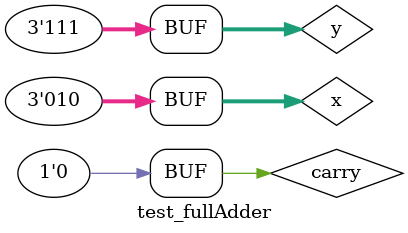
<source format=v>
 `include "fulladder.v"

module test_fullAdder; 
// ------------------------- definir dados 
	reg [2:0] x; 
	reg [2:0] y; 
	reg carry; 
	wire [2:0] soma;
	
// ------------------------- instância
	fullAdder3bits fa1(soma,x,y,0);
	
// ------------------------- parte principal 
	initial begin 
		$display("Exemplo0021 -  Milton costa teles da silva - 002751"); 
		$display("Test ALU's full-adder"); 
		x = 3'b000;
		y = 3'b000;
		carry = 0;
		$display("\t   x + y   = soma");
		$monitor("\t %3b + %3b = %3b",x,y,soma);
	  #1 y = 3'b001;
	  #1 x = 3'b011; y = 3'b001; 
     #1 y = 3'b010; 
	  #1 y = 3'b011;  
	  #1 y = 3'b100;
	  #1 x = 3'b010; 
	  #1 y = 3'b101; 
	  #1 y = 3'b110;
	  #1 y = 3'b111;     	   
	end 
endmodule // test_fullAdder 
</source>
